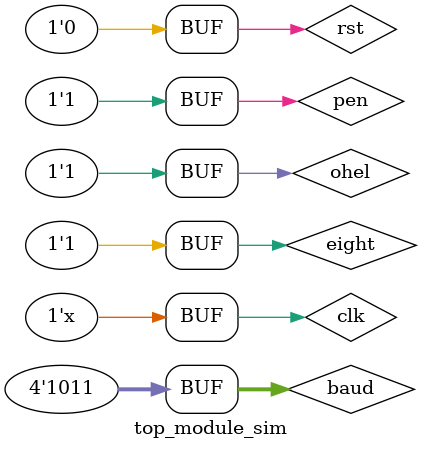
<source format=v>
`timescale 1ns / 1ps

module top_module_sim;

reg clk, rst, eight, pen, ohel;
reg [3:0] baud;

wire [15:0] led_out;
wire tx;


top_module uut(.clk(clk), .rst(rst), .baud(baud), 
               .eight(eight), .pen(pen), .ohel(ohel),
               .led_out(led_out), .tx(tx));
               
    always #5 clk = ~clk;
    
    initial begin
    
        // initialzie input
        clk = 0; rst = 1; eight = 0; pen = 0; ohel = 0;
        baud = 4'b1011; //fastest baud
        
        #100
        
        rst = 0;
        
        #100;
        
        // Add stimulus here
        
        /*******************************
         * case = 000
         * output = 11_0100101_01
         *******************************/
         eight = 0; pen = 0; ohel = 0;
         
         /*******************************
         * case = 001
         * output = 11_0100101_01 
         *******************************/
         #100;
         eight = 0; pen = 0; ohel = 1;
         
         /*******************************
         * case = 010
         * output = 11_0100101_01 
         *******************************/
         #100;
         eight = 0; pen = 1; ohel = 0;
         
         /*******************************
         * case = 011
         * output = 10_0100101_01 
         *******************************/
         #100;
         eight = 0; pen = 1; ohel = 1;
         
         /*******************************
         * case = 100
         * output = 10_0100101_01 
         *******************************/
         #100;
         eight = 1; pen = 0; ohel = 0;
         
         /*******************************
         * case = 101
         * output = 11_0100101_01
         *******************************/
         #100;
         eight = 1; pen = 0; ohel = 1;
         
         /*******************************
         * case = 110
         * output = 01_0100101_01
         *******************************/
         #100;
         eight = 1; pen = 1; ohel = 0;
        
        /*******************************
         * case = 111
         * output = 11_0100101_01
         *******************************/
         #100;
         eight = 1; pen = 1; ohel = 1;
    end    
        
endmodule

</source>
